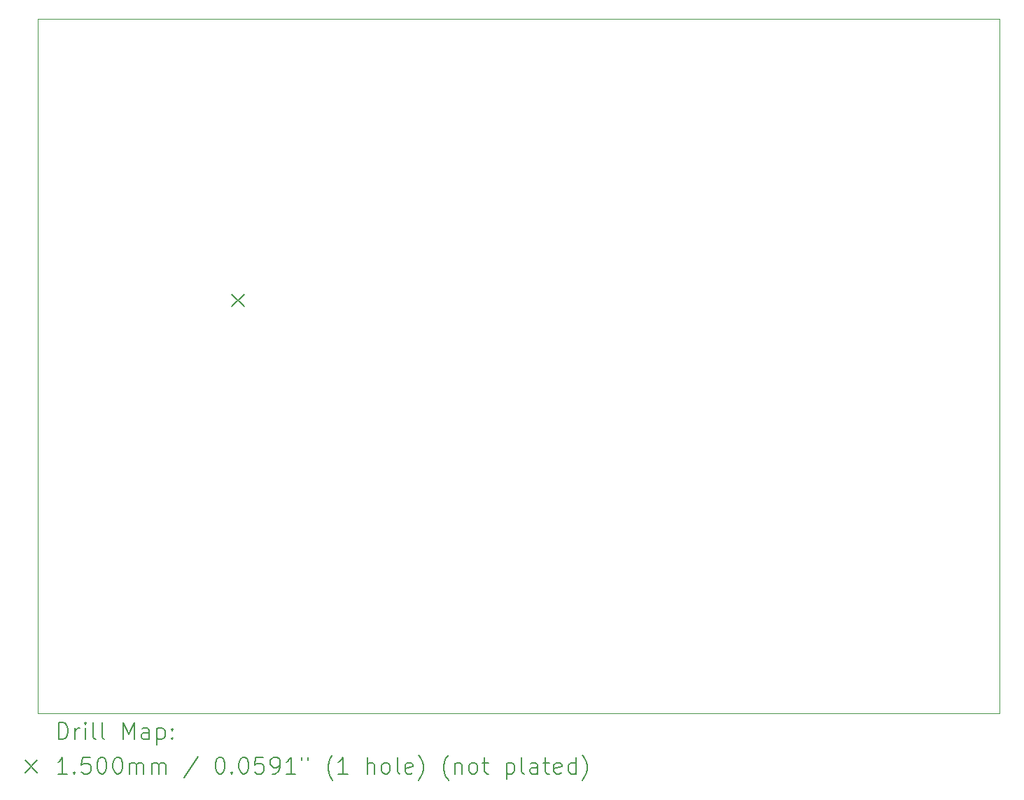
<source format=gbr>
%FSLAX45Y45*%
G04 Gerber Fmt 4.5, Leading zero omitted, Abs format (unit mm)*
G04 Created by KiCad (PCBNEW (6.0.0)) date 2022-01-24 11:24:07*
%MOMM*%
%LPD*%
G01*
G04 APERTURE LIST*
%TA.AperFunction,Profile*%
%ADD10C,0.050000*%
%TD*%
%ADD11C,0.200000*%
%ADD12C,0.150000*%
G04 APERTURE END LIST*
D10*
X18643600Y-11353800D02*
X18643600Y-2950000D01*
X7010400Y-2950000D02*
X7010400Y-11353800D01*
X18643600Y-2950000D02*
X7010400Y-2950000D01*
X7010400Y-11353800D02*
X18643600Y-11353800D01*
D11*
D12*
X9360200Y-6280000D02*
X9510200Y-6430000D01*
X9510200Y-6280000D02*
X9360200Y-6430000D01*
D11*
X7265519Y-11666776D02*
X7265519Y-11466776D01*
X7313138Y-11466776D01*
X7341709Y-11476300D01*
X7360757Y-11495348D01*
X7370281Y-11514395D01*
X7379805Y-11552490D01*
X7379805Y-11581062D01*
X7370281Y-11619157D01*
X7360757Y-11638205D01*
X7341709Y-11657252D01*
X7313138Y-11666776D01*
X7265519Y-11666776D01*
X7465519Y-11666776D02*
X7465519Y-11533443D01*
X7465519Y-11571538D02*
X7475043Y-11552490D01*
X7484567Y-11542967D01*
X7503614Y-11533443D01*
X7522662Y-11533443D01*
X7589328Y-11666776D02*
X7589328Y-11533443D01*
X7589328Y-11466776D02*
X7579805Y-11476300D01*
X7589328Y-11485824D01*
X7598852Y-11476300D01*
X7589328Y-11466776D01*
X7589328Y-11485824D01*
X7713138Y-11666776D02*
X7694090Y-11657252D01*
X7684567Y-11638205D01*
X7684567Y-11466776D01*
X7817900Y-11666776D02*
X7798852Y-11657252D01*
X7789328Y-11638205D01*
X7789328Y-11466776D01*
X8046471Y-11666776D02*
X8046471Y-11466776D01*
X8113138Y-11609633D01*
X8179805Y-11466776D01*
X8179805Y-11666776D01*
X8360757Y-11666776D02*
X8360757Y-11562014D01*
X8351233Y-11542967D01*
X8332186Y-11533443D01*
X8294090Y-11533443D01*
X8275043Y-11542967D01*
X8360757Y-11657252D02*
X8341709Y-11666776D01*
X8294090Y-11666776D01*
X8275043Y-11657252D01*
X8265519Y-11638205D01*
X8265519Y-11619157D01*
X8275043Y-11600109D01*
X8294090Y-11590586D01*
X8341709Y-11590586D01*
X8360757Y-11581062D01*
X8455995Y-11533443D02*
X8455995Y-11733443D01*
X8455995Y-11542967D02*
X8475043Y-11533443D01*
X8513138Y-11533443D01*
X8532186Y-11542967D01*
X8541710Y-11552490D01*
X8551233Y-11571538D01*
X8551233Y-11628681D01*
X8541710Y-11647728D01*
X8532186Y-11657252D01*
X8513138Y-11666776D01*
X8475043Y-11666776D01*
X8455995Y-11657252D01*
X8636948Y-11647728D02*
X8646471Y-11657252D01*
X8636948Y-11666776D01*
X8627424Y-11657252D01*
X8636948Y-11647728D01*
X8636948Y-11666776D01*
X8636948Y-11542967D02*
X8646471Y-11552490D01*
X8636948Y-11562014D01*
X8627424Y-11552490D01*
X8636948Y-11542967D01*
X8636948Y-11562014D01*
D12*
X6857900Y-11921300D02*
X7007900Y-12071300D01*
X7007900Y-11921300D02*
X6857900Y-12071300D01*
D11*
X7370281Y-12086776D02*
X7255995Y-12086776D01*
X7313138Y-12086776D02*
X7313138Y-11886776D01*
X7294090Y-11915348D01*
X7275043Y-11934395D01*
X7255995Y-11943919D01*
X7455995Y-12067728D02*
X7465519Y-12077252D01*
X7455995Y-12086776D01*
X7446471Y-12077252D01*
X7455995Y-12067728D01*
X7455995Y-12086776D01*
X7646471Y-11886776D02*
X7551233Y-11886776D01*
X7541709Y-11982014D01*
X7551233Y-11972490D01*
X7570281Y-11962967D01*
X7617900Y-11962967D01*
X7636948Y-11972490D01*
X7646471Y-11982014D01*
X7655995Y-12001062D01*
X7655995Y-12048681D01*
X7646471Y-12067728D01*
X7636948Y-12077252D01*
X7617900Y-12086776D01*
X7570281Y-12086776D01*
X7551233Y-12077252D01*
X7541709Y-12067728D01*
X7779805Y-11886776D02*
X7798852Y-11886776D01*
X7817900Y-11896300D01*
X7827424Y-11905824D01*
X7836948Y-11924871D01*
X7846471Y-11962967D01*
X7846471Y-12010586D01*
X7836948Y-12048681D01*
X7827424Y-12067728D01*
X7817900Y-12077252D01*
X7798852Y-12086776D01*
X7779805Y-12086776D01*
X7760757Y-12077252D01*
X7751233Y-12067728D01*
X7741709Y-12048681D01*
X7732186Y-12010586D01*
X7732186Y-11962967D01*
X7741709Y-11924871D01*
X7751233Y-11905824D01*
X7760757Y-11896300D01*
X7779805Y-11886776D01*
X7970281Y-11886776D02*
X7989328Y-11886776D01*
X8008376Y-11896300D01*
X8017900Y-11905824D01*
X8027424Y-11924871D01*
X8036948Y-11962967D01*
X8036948Y-12010586D01*
X8027424Y-12048681D01*
X8017900Y-12067728D01*
X8008376Y-12077252D01*
X7989328Y-12086776D01*
X7970281Y-12086776D01*
X7951233Y-12077252D01*
X7941709Y-12067728D01*
X7932186Y-12048681D01*
X7922662Y-12010586D01*
X7922662Y-11962967D01*
X7932186Y-11924871D01*
X7941709Y-11905824D01*
X7951233Y-11896300D01*
X7970281Y-11886776D01*
X8122662Y-12086776D02*
X8122662Y-11953443D01*
X8122662Y-11972490D02*
X8132186Y-11962967D01*
X8151233Y-11953443D01*
X8179805Y-11953443D01*
X8198852Y-11962967D01*
X8208376Y-11982014D01*
X8208376Y-12086776D01*
X8208376Y-11982014D02*
X8217900Y-11962967D01*
X8236948Y-11953443D01*
X8265519Y-11953443D01*
X8284567Y-11962967D01*
X8294090Y-11982014D01*
X8294090Y-12086776D01*
X8389329Y-12086776D02*
X8389329Y-11953443D01*
X8389329Y-11972490D02*
X8398852Y-11962967D01*
X8417900Y-11953443D01*
X8446471Y-11953443D01*
X8465519Y-11962967D01*
X8475043Y-11982014D01*
X8475043Y-12086776D01*
X8475043Y-11982014D02*
X8484567Y-11962967D01*
X8503614Y-11953443D01*
X8532186Y-11953443D01*
X8551233Y-11962967D01*
X8560757Y-11982014D01*
X8560757Y-12086776D01*
X8951233Y-11877252D02*
X8779805Y-12134395D01*
X9208376Y-11886776D02*
X9227424Y-11886776D01*
X9246471Y-11896300D01*
X9255995Y-11905824D01*
X9265519Y-11924871D01*
X9275043Y-11962967D01*
X9275043Y-12010586D01*
X9265519Y-12048681D01*
X9255995Y-12067728D01*
X9246471Y-12077252D01*
X9227424Y-12086776D01*
X9208376Y-12086776D01*
X9189329Y-12077252D01*
X9179805Y-12067728D01*
X9170281Y-12048681D01*
X9160757Y-12010586D01*
X9160757Y-11962967D01*
X9170281Y-11924871D01*
X9179805Y-11905824D01*
X9189329Y-11896300D01*
X9208376Y-11886776D01*
X9360757Y-12067728D02*
X9370281Y-12077252D01*
X9360757Y-12086776D01*
X9351233Y-12077252D01*
X9360757Y-12067728D01*
X9360757Y-12086776D01*
X9494090Y-11886776D02*
X9513138Y-11886776D01*
X9532186Y-11896300D01*
X9541710Y-11905824D01*
X9551233Y-11924871D01*
X9560757Y-11962967D01*
X9560757Y-12010586D01*
X9551233Y-12048681D01*
X9541710Y-12067728D01*
X9532186Y-12077252D01*
X9513138Y-12086776D01*
X9494090Y-12086776D01*
X9475043Y-12077252D01*
X9465519Y-12067728D01*
X9455995Y-12048681D01*
X9446471Y-12010586D01*
X9446471Y-11962967D01*
X9455995Y-11924871D01*
X9465519Y-11905824D01*
X9475043Y-11896300D01*
X9494090Y-11886776D01*
X9741710Y-11886776D02*
X9646471Y-11886776D01*
X9636948Y-11982014D01*
X9646471Y-11972490D01*
X9665519Y-11962967D01*
X9713138Y-11962967D01*
X9732186Y-11972490D01*
X9741710Y-11982014D01*
X9751233Y-12001062D01*
X9751233Y-12048681D01*
X9741710Y-12067728D01*
X9732186Y-12077252D01*
X9713138Y-12086776D01*
X9665519Y-12086776D01*
X9646471Y-12077252D01*
X9636948Y-12067728D01*
X9846471Y-12086776D02*
X9884567Y-12086776D01*
X9903614Y-12077252D01*
X9913138Y-12067728D01*
X9932186Y-12039157D01*
X9941710Y-12001062D01*
X9941710Y-11924871D01*
X9932186Y-11905824D01*
X9922662Y-11896300D01*
X9903614Y-11886776D01*
X9865519Y-11886776D01*
X9846471Y-11896300D01*
X9836948Y-11905824D01*
X9827424Y-11924871D01*
X9827424Y-11972490D01*
X9836948Y-11991538D01*
X9846471Y-12001062D01*
X9865519Y-12010586D01*
X9903614Y-12010586D01*
X9922662Y-12001062D01*
X9932186Y-11991538D01*
X9941710Y-11972490D01*
X10132186Y-12086776D02*
X10017900Y-12086776D01*
X10075043Y-12086776D02*
X10075043Y-11886776D01*
X10055995Y-11915348D01*
X10036948Y-11934395D01*
X10017900Y-11943919D01*
X10208376Y-11886776D02*
X10208376Y-11924871D01*
X10284567Y-11886776D02*
X10284567Y-11924871D01*
X10579805Y-12162967D02*
X10570281Y-12153443D01*
X10551233Y-12124871D01*
X10541710Y-12105824D01*
X10532186Y-12077252D01*
X10522662Y-12029633D01*
X10522662Y-11991538D01*
X10532186Y-11943919D01*
X10541710Y-11915348D01*
X10551233Y-11896300D01*
X10570281Y-11867728D01*
X10579805Y-11858205D01*
X10760757Y-12086776D02*
X10646471Y-12086776D01*
X10703614Y-12086776D02*
X10703614Y-11886776D01*
X10684567Y-11915348D01*
X10665519Y-11934395D01*
X10646471Y-11943919D01*
X10998852Y-12086776D02*
X10998852Y-11886776D01*
X11084567Y-12086776D02*
X11084567Y-11982014D01*
X11075043Y-11962967D01*
X11055995Y-11953443D01*
X11027424Y-11953443D01*
X11008376Y-11962967D01*
X10998852Y-11972490D01*
X11208376Y-12086776D02*
X11189328Y-12077252D01*
X11179805Y-12067728D01*
X11170281Y-12048681D01*
X11170281Y-11991538D01*
X11179805Y-11972490D01*
X11189328Y-11962967D01*
X11208376Y-11953443D01*
X11236948Y-11953443D01*
X11255995Y-11962967D01*
X11265519Y-11972490D01*
X11275043Y-11991538D01*
X11275043Y-12048681D01*
X11265519Y-12067728D01*
X11255995Y-12077252D01*
X11236948Y-12086776D01*
X11208376Y-12086776D01*
X11389328Y-12086776D02*
X11370281Y-12077252D01*
X11360757Y-12058205D01*
X11360757Y-11886776D01*
X11541709Y-12077252D02*
X11522662Y-12086776D01*
X11484567Y-12086776D01*
X11465519Y-12077252D01*
X11455995Y-12058205D01*
X11455995Y-11982014D01*
X11465519Y-11962967D01*
X11484567Y-11953443D01*
X11522662Y-11953443D01*
X11541709Y-11962967D01*
X11551233Y-11982014D01*
X11551233Y-12001062D01*
X11455995Y-12020109D01*
X11617900Y-12162967D02*
X11627424Y-12153443D01*
X11646471Y-12124871D01*
X11655995Y-12105824D01*
X11665519Y-12077252D01*
X11675043Y-12029633D01*
X11675043Y-11991538D01*
X11665519Y-11943919D01*
X11655995Y-11915348D01*
X11646471Y-11896300D01*
X11627424Y-11867728D01*
X11617900Y-11858205D01*
X11979805Y-12162967D02*
X11970281Y-12153443D01*
X11951233Y-12124871D01*
X11941709Y-12105824D01*
X11932186Y-12077252D01*
X11922662Y-12029633D01*
X11922662Y-11991538D01*
X11932186Y-11943919D01*
X11941709Y-11915348D01*
X11951233Y-11896300D01*
X11970281Y-11867728D01*
X11979805Y-11858205D01*
X12055995Y-11953443D02*
X12055995Y-12086776D01*
X12055995Y-11972490D02*
X12065519Y-11962967D01*
X12084567Y-11953443D01*
X12113138Y-11953443D01*
X12132186Y-11962967D01*
X12141709Y-11982014D01*
X12141709Y-12086776D01*
X12265519Y-12086776D02*
X12246471Y-12077252D01*
X12236948Y-12067728D01*
X12227424Y-12048681D01*
X12227424Y-11991538D01*
X12236948Y-11972490D01*
X12246471Y-11962967D01*
X12265519Y-11953443D01*
X12294090Y-11953443D01*
X12313138Y-11962967D01*
X12322662Y-11972490D01*
X12332186Y-11991538D01*
X12332186Y-12048681D01*
X12322662Y-12067728D01*
X12313138Y-12077252D01*
X12294090Y-12086776D01*
X12265519Y-12086776D01*
X12389328Y-11953443D02*
X12465519Y-11953443D01*
X12417900Y-11886776D02*
X12417900Y-12058205D01*
X12427424Y-12077252D01*
X12446471Y-12086776D01*
X12465519Y-12086776D01*
X12684567Y-11953443D02*
X12684567Y-12153443D01*
X12684567Y-11962967D02*
X12703614Y-11953443D01*
X12741709Y-11953443D01*
X12760757Y-11962967D01*
X12770281Y-11972490D01*
X12779805Y-11991538D01*
X12779805Y-12048681D01*
X12770281Y-12067728D01*
X12760757Y-12077252D01*
X12741709Y-12086776D01*
X12703614Y-12086776D01*
X12684567Y-12077252D01*
X12894090Y-12086776D02*
X12875043Y-12077252D01*
X12865519Y-12058205D01*
X12865519Y-11886776D01*
X13055995Y-12086776D02*
X13055995Y-11982014D01*
X13046471Y-11962967D01*
X13027424Y-11953443D01*
X12989328Y-11953443D01*
X12970281Y-11962967D01*
X13055995Y-12077252D02*
X13036948Y-12086776D01*
X12989328Y-12086776D01*
X12970281Y-12077252D01*
X12960757Y-12058205D01*
X12960757Y-12039157D01*
X12970281Y-12020109D01*
X12989328Y-12010586D01*
X13036948Y-12010586D01*
X13055995Y-12001062D01*
X13122662Y-11953443D02*
X13198852Y-11953443D01*
X13151233Y-11886776D02*
X13151233Y-12058205D01*
X13160757Y-12077252D01*
X13179805Y-12086776D01*
X13198852Y-12086776D01*
X13341709Y-12077252D02*
X13322662Y-12086776D01*
X13284567Y-12086776D01*
X13265519Y-12077252D01*
X13255995Y-12058205D01*
X13255995Y-11982014D01*
X13265519Y-11962967D01*
X13284567Y-11953443D01*
X13322662Y-11953443D01*
X13341709Y-11962967D01*
X13351233Y-11982014D01*
X13351233Y-12001062D01*
X13255995Y-12020109D01*
X13522662Y-12086776D02*
X13522662Y-11886776D01*
X13522662Y-12077252D02*
X13503614Y-12086776D01*
X13465519Y-12086776D01*
X13446471Y-12077252D01*
X13436948Y-12067728D01*
X13427424Y-12048681D01*
X13427424Y-11991538D01*
X13436948Y-11972490D01*
X13446471Y-11962967D01*
X13465519Y-11953443D01*
X13503614Y-11953443D01*
X13522662Y-11962967D01*
X13598852Y-12162967D02*
X13608376Y-12153443D01*
X13627424Y-12124871D01*
X13636948Y-12105824D01*
X13646471Y-12077252D01*
X13655995Y-12029633D01*
X13655995Y-11991538D01*
X13646471Y-11943919D01*
X13636948Y-11915348D01*
X13627424Y-11896300D01*
X13608376Y-11867728D01*
X13598852Y-11858205D01*
M02*

</source>
